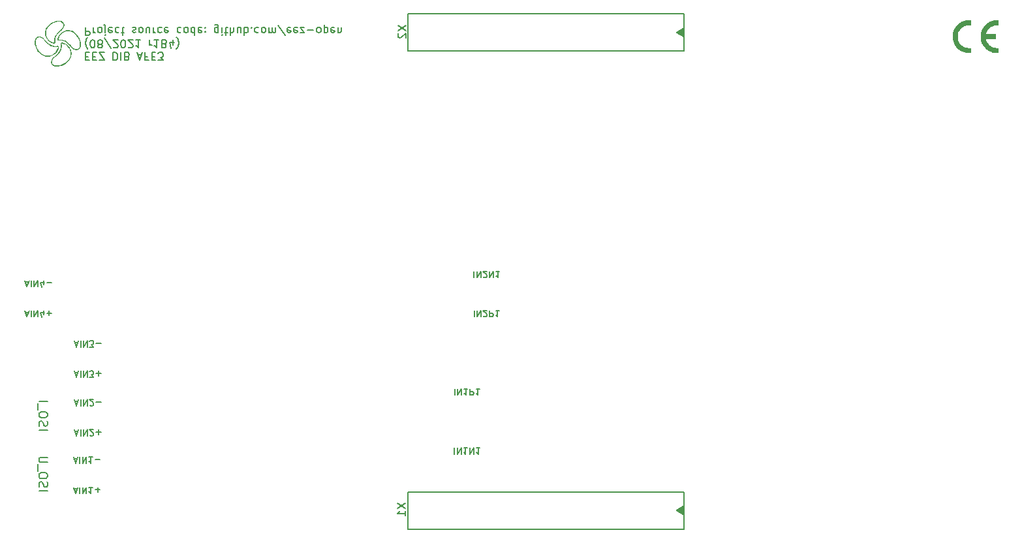
<source format=gbr>
%TF.GenerationSoftware,KiCad,Pcbnew,7.0.10-7.0.10~ubuntu22.04.1*%
%TF.CreationDate,2024-01-07T19:37:00+01:00*%
%TF.ProjectId,EEZ DIB AFE3,45455a20-4449-4422-9041-4645332e6b69,rev?*%
%TF.SameCoordinates,Original*%
%TF.FileFunction,Legend,Bot*%
%TF.FilePolarity,Positive*%
%FSLAX46Y46*%
G04 Gerber Fmt 4.6, Leading zero omitted, Abs format (unit mm)*
G04 Created by KiCad (PCBNEW 7.0.10-7.0.10~ubuntu22.04.1) date 2024-01-07 19:37:00*
%MOMM*%
%LPD*%
G01*
G04 APERTURE LIST*
%ADD10C,0.152400*%
%ADD11C,0.127000*%
%ADD12C,0.203200*%
G04 APERTURE END LIST*
D10*
X92734667Y-77129147D02*
X93073334Y-77129147D01*
X93218477Y-76596957D02*
X92734667Y-76596957D01*
X92734667Y-76596957D02*
X92734667Y-77612957D01*
X92734667Y-77612957D02*
X93218477Y-77612957D01*
X93653905Y-77129147D02*
X93992572Y-77129147D01*
X94137715Y-76596957D02*
X93653905Y-76596957D01*
X93653905Y-76596957D02*
X93653905Y-77612957D01*
X93653905Y-77612957D02*
X94137715Y-77612957D01*
X94476381Y-77612957D02*
X95153715Y-77612957D01*
X95153715Y-77612957D02*
X94476381Y-76596957D01*
X94476381Y-76596957D02*
X95153715Y-76596957D01*
X96314857Y-76596957D02*
X96314857Y-77612957D01*
X96314857Y-77612957D02*
X96556762Y-77612957D01*
X96556762Y-77612957D02*
X96701905Y-77564576D01*
X96701905Y-77564576D02*
X96798667Y-77467814D01*
X96798667Y-77467814D02*
X96847048Y-77371052D01*
X96847048Y-77371052D02*
X96895429Y-77177528D01*
X96895429Y-77177528D02*
X96895429Y-77032385D01*
X96895429Y-77032385D02*
X96847048Y-76838861D01*
X96847048Y-76838861D02*
X96798667Y-76742099D01*
X96798667Y-76742099D02*
X96701905Y-76645338D01*
X96701905Y-76645338D02*
X96556762Y-76596957D01*
X96556762Y-76596957D02*
X96314857Y-76596957D01*
X97330857Y-76596957D02*
X97330857Y-77612957D01*
X98153334Y-77129147D02*
X98298477Y-77080766D01*
X98298477Y-77080766D02*
X98346858Y-77032385D01*
X98346858Y-77032385D02*
X98395239Y-76935623D01*
X98395239Y-76935623D02*
X98395239Y-76790480D01*
X98395239Y-76790480D02*
X98346858Y-76693718D01*
X98346858Y-76693718D02*
X98298477Y-76645338D01*
X98298477Y-76645338D02*
X98201715Y-76596957D01*
X98201715Y-76596957D02*
X97814667Y-76596957D01*
X97814667Y-76596957D02*
X97814667Y-77612957D01*
X97814667Y-77612957D02*
X98153334Y-77612957D01*
X98153334Y-77612957D02*
X98250096Y-77564576D01*
X98250096Y-77564576D02*
X98298477Y-77516195D01*
X98298477Y-77516195D02*
X98346858Y-77419433D01*
X98346858Y-77419433D02*
X98346858Y-77322671D01*
X98346858Y-77322671D02*
X98298477Y-77225909D01*
X98298477Y-77225909D02*
X98250096Y-77177528D01*
X98250096Y-77177528D02*
X98153334Y-77129147D01*
X98153334Y-77129147D02*
X97814667Y-77129147D01*
X99556381Y-76887242D02*
X100040191Y-76887242D01*
X99459619Y-76596957D02*
X99798286Y-77612957D01*
X99798286Y-77612957D02*
X100136953Y-76596957D01*
X100814286Y-77129147D02*
X100475619Y-77129147D01*
X100475619Y-76596957D02*
X100475619Y-77612957D01*
X100475619Y-77612957D02*
X100959429Y-77612957D01*
X101346476Y-77129147D02*
X101685143Y-77129147D01*
X101830286Y-76596957D02*
X101346476Y-76596957D01*
X101346476Y-76596957D02*
X101346476Y-77612957D01*
X101346476Y-77612957D02*
X101830286Y-77612957D01*
X102168952Y-77612957D02*
X102797905Y-77612957D01*
X102797905Y-77612957D02*
X102459238Y-77225909D01*
X102459238Y-77225909D02*
X102604381Y-77225909D01*
X102604381Y-77225909D02*
X102701143Y-77177528D01*
X102701143Y-77177528D02*
X102749524Y-77129147D01*
X102749524Y-77129147D02*
X102797905Y-77032385D01*
X102797905Y-77032385D02*
X102797905Y-76790480D01*
X102797905Y-76790480D02*
X102749524Y-76693718D01*
X102749524Y-76693718D02*
X102701143Y-76645338D01*
X102701143Y-76645338D02*
X102604381Y-76596957D01*
X102604381Y-76596957D02*
X102314095Y-76596957D01*
X102314095Y-76596957D02*
X102217333Y-76645338D01*
X102217333Y-76645338D02*
X102168952Y-76693718D01*
X93024953Y-74574149D02*
X92976572Y-74622530D01*
X92976572Y-74622530D02*
X92879810Y-74767673D01*
X92879810Y-74767673D02*
X92831429Y-74864435D01*
X92831429Y-74864435D02*
X92783048Y-75009578D01*
X92783048Y-75009578D02*
X92734667Y-75251482D01*
X92734667Y-75251482D02*
X92734667Y-75445006D01*
X92734667Y-75445006D02*
X92783048Y-75686911D01*
X92783048Y-75686911D02*
X92831429Y-75832054D01*
X92831429Y-75832054D02*
X92879810Y-75928816D01*
X92879810Y-75928816D02*
X92976572Y-76073958D01*
X92976572Y-76073958D02*
X93024953Y-76122339D01*
X93605524Y-75977197D02*
X93702286Y-75977197D01*
X93702286Y-75977197D02*
X93799048Y-75928816D01*
X93799048Y-75928816D02*
X93847429Y-75880435D01*
X93847429Y-75880435D02*
X93895810Y-75783673D01*
X93895810Y-75783673D02*
X93944191Y-75590149D01*
X93944191Y-75590149D02*
X93944191Y-75348244D01*
X93944191Y-75348244D02*
X93895810Y-75154720D01*
X93895810Y-75154720D02*
X93847429Y-75057958D01*
X93847429Y-75057958D02*
X93799048Y-75009578D01*
X93799048Y-75009578D02*
X93702286Y-74961197D01*
X93702286Y-74961197D02*
X93605524Y-74961197D01*
X93605524Y-74961197D02*
X93508762Y-75009578D01*
X93508762Y-75009578D02*
X93460381Y-75057958D01*
X93460381Y-75057958D02*
X93412000Y-75154720D01*
X93412000Y-75154720D02*
X93363619Y-75348244D01*
X93363619Y-75348244D02*
X93363619Y-75590149D01*
X93363619Y-75590149D02*
X93412000Y-75783673D01*
X93412000Y-75783673D02*
X93460381Y-75880435D01*
X93460381Y-75880435D02*
X93508762Y-75928816D01*
X93508762Y-75928816D02*
X93605524Y-75977197D01*
X94524762Y-75541768D02*
X94428000Y-75590149D01*
X94428000Y-75590149D02*
X94379619Y-75638530D01*
X94379619Y-75638530D02*
X94331238Y-75735292D01*
X94331238Y-75735292D02*
X94331238Y-75783673D01*
X94331238Y-75783673D02*
X94379619Y-75880435D01*
X94379619Y-75880435D02*
X94428000Y-75928816D01*
X94428000Y-75928816D02*
X94524762Y-75977197D01*
X94524762Y-75977197D02*
X94718286Y-75977197D01*
X94718286Y-75977197D02*
X94815048Y-75928816D01*
X94815048Y-75928816D02*
X94863429Y-75880435D01*
X94863429Y-75880435D02*
X94911810Y-75783673D01*
X94911810Y-75783673D02*
X94911810Y-75735292D01*
X94911810Y-75735292D02*
X94863429Y-75638530D01*
X94863429Y-75638530D02*
X94815048Y-75590149D01*
X94815048Y-75590149D02*
X94718286Y-75541768D01*
X94718286Y-75541768D02*
X94524762Y-75541768D01*
X94524762Y-75541768D02*
X94428000Y-75493387D01*
X94428000Y-75493387D02*
X94379619Y-75445006D01*
X94379619Y-75445006D02*
X94331238Y-75348244D01*
X94331238Y-75348244D02*
X94331238Y-75154720D01*
X94331238Y-75154720D02*
X94379619Y-75057958D01*
X94379619Y-75057958D02*
X94428000Y-75009578D01*
X94428000Y-75009578D02*
X94524762Y-74961197D01*
X94524762Y-74961197D02*
X94718286Y-74961197D01*
X94718286Y-74961197D02*
X94815048Y-75009578D01*
X94815048Y-75009578D02*
X94863429Y-75057958D01*
X94863429Y-75057958D02*
X94911810Y-75154720D01*
X94911810Y-75154720D02*
X94911810Y-75348244D01*
X94911810Y-75348244D02*
X94863429Y-75445006D01*
X94863429Y-75445006D02*
X94815048Y-75493387D01*
X94815048Y-75493387D02*
X94718286Y-75541768D01*
X96072953Y-76025578D02*
X95202095Y-74719292D01*
X96363238Y-75880435D02*
X96411619Y-75928816D01*
X96411619Y-75928816D02*
X96508381Y-75977197D01*
X96508381Y-75977197D02*
X96750286Y-75977197D01*
X96750286Y-75977197D02*
X96847048Y-75928816D01*
X96847048Y-75928816D02*
X96895429Y-75880435D01*
X96895429Y-75880435D02*
X96943810Y-75783673D01*
X96943810Y-75783673D02*
X96943810Y-75686911D01*
X96943810Y-75686911D02*
X96895429Y-75541768D01*
X96895429Y-75541768D02*
X96314857Y-74961197D01*
X96314857Y-74961197D02*
X96943810Y-74961197D01*
X97572762Y-75977197D02*
X97669524Y-75977197D01*
X97669524Y-75977197D02*
X97766286Y-75928816D01*
X97766286Y-75928816D02*
X97814667Y-75880435D01*
X97814667Y-75880435D02*
X97863048Y-75783673D01*
X97863048Y-75783673D02*
X97911429Y-75590149D01*
X97911429Y-75590149D02*
X97911429Y-75348244D01*
X97911429Y-75348244D02*
X97863048Y-75154720D01*
X97863048Y-75154720D02*
X97814667Y-75057958D01*
X97814667Y-75057958D02*
X97766286Y-75009578D01*
X97766286Y-75009578D02*
X97669524Y-74961197D01*
X97669524Y-74961197D02*
X97572762Y-74961197D01*
X97572762Y-74961197D02*
X97476000Y-75009578D01*
X97476000Y-75009578D02*
X97427619Y-75057958D01*
X97427619Y-75057958D02*
X97379238Y-75154720D01*
X97379238Y-75154720D02*
X97330857Y-75348244D01*
X97330857Y-75348244D02*
X97330857Y-75590149D01*
X97330857Y-75590149D02*
X97379238Y-75783673D01*
X97379238Y-75783673D02*
X97427619Y-75880435D01*
X97427619Y-75880435D02*
X97476000Y-75928816D01*
X97476000Y-75928816D02*
X97572762Y-75977197D01*
X98298476Y-75880435D02*
X98346857Y-75928816D01*
X98346857Y-75928816D02*
X98443619Y-75977197D01*
X98443619Y-75977197D02*
X98685524Y-75977197D01*
X98685524Y-75977197D02*
X98782286Y-75928816D01*
X98782286Y-75928816D02*
X98830667Y-75880435D01*
X98830667Y-75880435D02*
X98879048Y-75783673D01*
X98879048Y-75783673D02*
X98879048Y-75686911D01*
X98879048Y-75686911D02*
X98830667Y-75541768D01*
X98830667Y-75541768D02*
X98250095Y-74961197D01*
X98250095Y-74961197D02*
X98879048Y-74961197D01*
X99846667Y-74961197D02*
X99266095Y-74961197D01*
X99556381Y-74961197D02*
X99556381Y-75977197D01*
X99556381Y-75977197D02*
X99459619Y-75832054D01*
X99459619Y-75832054D02*
X99362857Y-75735292D01*
X99362857Y-75735292D02*
X99266095Y-75686911D01*
X101056190Y-74961197D02*
X101056190Y-75638530D01*
X101056190Y-75445006D02*
X101104571Y-75541768D01*
X101104571Y-75541768D02*
X101152952Y-75590149D01*
X101152952Y-75590149D02*
X101249714Y-75638530D01*
X101249714Y-75638530D02*
X101346476Y-75638530D01*
X102217333Y-74961197D02*
X101636761Y-74961197D01*
X101927047Y-74961197D02*
X101927047Y-75977197D01*
X101927047Y-75977197D02*
X101830285Y-75832054D01*
X101830285Y-75832054D02*
X101733523Y-75735292D01*
X101733523Y-75735292D02*
X101636761Y-75686911D01*
X102991428Y-75493387D02*
X103136571Y-75445006D01*
X103136571Y-75445006D02*
X103184952Y-75396625D01*
X103184952Y-75396625D02*
X103233333Y-75299863D01*
X103233333Y-75299863D02*
X103233333Y-75154720D01*
X103233333Y-75154720D02*
X103184952Y-75057958D01*
X103184952Y-75057958D02*
X103136571Y-75009578D01*
X103136571Y-75009578D02*
X103039809Y-74961197D01*
X103039809Y-74961197D02*
X102652761Y-74961197D01*
X102652761Y-74961197D02*
X102652761Y-75977197D01*
X102652761Y-75977197D02*
X102991428Y-75977197D01*
X102991428Y-75977197D02*
X103088190Y-75928816D01*
X103088190Y-75928816D02*
X103136571Y-75880435D01*
X103136571Y-75880435D02*
X103184952Y-75783673D01*
X103184952Y-75783673D02*
X103184952Y-75686911D01*
X103184952Y-75686911D02*
X103136571Y-75590149D01*
X103136571Y-75590149D02*
X103088190Y-75541768D01*
X103088190Y-75541768D02*
X102991428Y-75493387D01*
X102991428Y-75493387D02*
X102652761Y-75493387D01*
X104104190Y-75638530D02*
X104104190Y-74961197D01*
X103862285Y-76025578D02*
X103620380Y-75299863D01*
X103620380Y-75299863D02*
X104249333Y-75299863D01*
X104539618Y-74574149D02*
X104587999Y-74622530D01*
X104587999Y-74622530D02*
X104684761Y-74767673D01*
X104684761Y-74767673D02*
X104733142Y-74864435D01*
X104733142Y-74864435D02*
X104781523Y-75009578D01*
X104781523Y-75009578D02*
X104829904Y-75251482D01*
X104829904Y-75251482D02*
X104829904Y-75445006D01*
X104829904Y-75445006D02*
X104781523Y-75686911D01*
X104781523Y-75686911D02*
X104733142Y-75832054D01*
X104733142Y-75832054D02*
X104684761Y-75928816D01*
X104684761Y-75928816D02*
X104587999Y-76073958D01*
X104587999Y-76073958D02*
X104539618Y-76122339D01*
X92734667Y-73325437D02*
X92734667Y-74341437D01*
X92734667Y-74341437D02*
X93121715Y-74341437D01*
X93121715Y-74341437D02*
X93218477Y-74293056D01*
X93218477Y-74293056D02*
X93266858Y-74244675D01*
X93266858Y-74244675D02*
X93315239Y-74147913D01*
X93315239Y-74147913D02*
X93315239Y-74002770D01*
X93315239Y-74002770D02*
X93266858Y-73906008D01*
X93266858Y-73906008D02*
X93218477Y-73857627D01*
X93218477Y-73857627D02*
X93121715Y-73809246D01*
X93121715Y-73809246D02*
X92734667Y-73809246D01*
X93750667Y-73325437D02*
X93750667Y-74002770D01*
X93750667Y-73809246D02*
X93799048Y-73906008D01*
X93799048Y-73906008D02*
X93847429Y-73954389D01*
X93847429Y-73954389D02*
X93944191Y-74002770D01*
X93944191Y-74002770D02*
X94040953Y-74002770D01*
X94524762Y-73325437D02*
X94428000Y-73373818D01*
X94428000Y-73373818D02*
X94379619Y-73422198D01*
X94379619Y-73422198D02*
X94331238Y-73518960D01*
X94331238Y-73518960D02*
X94331238Y-73809246D01*
X94331238Y-73809246D02*
X94379619Y-73906008D01*
X94379619Y-73906008D02*
X94428000Y-73954389D01*
X94428000Y-73954389D02*
X94524762Y-74002770D01*
X94524762Y-74002770D02*
X94669905Y-74002770D01*
X94669905Y-74002770D02*
X94766667Y-73954389D01*
X94766667Y-73954389D02*
X94815048Y-73906008D01*
X94815048Y-73906008D02*
X94863429Y-73809246D01*
X94863429Y-73809246D02*
X94863429Y-73518960D01*
X94863429Y-73518960D02*
X94815048Y-73422198D01*
X94815048Y-73422198D02*
X94766667Y-73373818D01*
X94766667Y-73373818D02*
X94669905Y-73325437D01*
X94669905Y-73325437D02*
X94524762Y-73325437D01*
X95298857Y-74002770D02*
X95298857Y-73131913D01*
X95298857Y-73131913D02*
X95250476Y-73035151D01*
X95250476Y-73035151D02*
X95153714Y-72986770D01*
X95153714Y-72986770D02*
X95105333Y-72986770D01*
X95298857Y-74341437D02*
X95250476Y-74293056D01*
X95250476Y-74293056D02*
X95298857Y-74244675D01*
X95298857Y-74244675D02*
X95347238Y-74293056D01*
X95347238Y-74293056D02*
X95298857Y-74341437D01*
X95298857Y-74341437D02*
X95298857Y-74244675D01*
X96169715Y-73373818D02*
X96072953Y-73325437D01*
X96072953Y-73325437D02*
X95879429Y-73325437D01*
X95879429Y-73325437D02*
X95782667Y-73373818D01*
X95782667Y-73373818D02*
X95734286Y-73470579D01*
X95734286Y-73470579D02*
X95734286Y-73857627D01*
X95734286Y-73857627D02*
X95782667Y-73954389D01*
X95782667Y-73954389D02*
X95879429Y-74002770D01*
X95879429Y-74002770D02*
X96072953Y-74002770D01*
X96072953Y-74002770D02*
X96169715Y-73954389D01*
X96169715Y-73954389D02*
X96218096Y-73857627D01*
X96218096Y-73857627D02*
X96218096Y-73760865D01*
X96218096Y-73760865D02*
X95734286Y-73664103D01*
X97088953Y-73373818D02*
X96992191Y-73325437D01*
X96992191Y-73325437D02*
X96798667Y-73325437D01*
X96798667Y-73325437D02*
X96701905Y-73373818D01*
X96701905Y-73373818D02*
X96653524Y-73422198D01*
X96653524Y-73422198D02*
X96605143Y-73518960D01*
X96605143Y-73518960D02*
X96605143Y-73809246D01*
X96605143Y-73809246D02*
X96653524Y-73906008D01*
X96653524Y-73906008D02*
X96701905Y-73954389D01*
X96701905Y-73954389D02*
X96798667Y-74002770D01*
X96798667Y-74002770D02*
X96992191Y-74002770D01*
X96992191Y-74002770D02*
X97088953Y-73954389D01*
X97379238Y-74002770D02*
X97766286Y-74002770D01*
X97524381Y-74341437D02*
X97524381Y-73470579D01*
X97524381Y-73470579D02*
X97572762Y-73373818D01*
X97572762Y-73373818D02*
X97669524Y-73325437D01*
X97669524Y-73325437D02*
X97766286Y-73325437D01*
X98830666Y-73373818D02*
X98927428Y-73325437D01*
X98927428Y-73325437D02*
X99120952Y-73325437D01*
X99120952Y-73325437D02*
X99217714Y-73373818D01*
X99217714Y-73373818D02*
X99266095Y-73470579D01*
X99266095Y-73470579D02*
X99266095Y-73518960D01*
X99266095Y-73518960D02*
X99217714Y-73615722D01*
X99217714Y-73615722D02*
X99120952Y-73664103D01*
X99120952Y-73664103D02*
X98975809Y-73664103D01*
X98975809Y-73664103D02*
X98879047Y-73712484D01*
X98879047Y-73712484D02*
X98830666Y-73809246D01*
X98830666Y-73809246D02*
X98830666Y-73857627D01*
X98830666Y-73857627D02*
X98879047Y-73954389D01*
X98879047Y-73954389D02*
X98975809Y-74002770D01*
X98975809Y-74002770D02*
X99120952Y-74002770D01*
X99120952Y-74002770D02*
X99217714Y-73954389D01*
X99846666Y-73325437D02*
X99749904Y-73373818D01*
X99749904Y-73373818D02*
X99701523Y-73422198D01*
X99701523Y-73422198D02*
X99653142Y-73518960D01*
X99653142Y-73518960D02*
X99653142Y-73809246D01*
X99653142Y-73809246D02*
X99701523Y-73906008D01*
X99701523Y-73906008D02*
X99749904Y-73954389D01*
X99749904Y-73954389D02*
X99846666Y-74002770D01*
X99846666Y-74002770D02*
X99991809Y-74002770D01*
X99991809Y-74002770D02*
X100088571Y-73954389D01*
X100088571Y-73954389D02*
X100136952Y-73906008D01*
X100136952Y-73906008D02*
X100185333Y-73809246D01*
X100185333Y-73809246D02*
X100185333Y-73518960D01*
X100185333Y-73518960D02*
X100136952Y-73422198D01*
X100136952Y-73422198D02*
X100088571Y-73373818D01*
X100088571Y-73373818D02*
X99991809Y-73325437D01*
X99991809Y-73325437D02*
X99846666Y-73325437D01*
X101056190Y-74002770D02*
X101056190Y-73325437D01*
X100620761Y-74002770D02*
X100620761Y-73470579D01*
X100620761Y-73470579D02*
X100669142Y-73373818D01*
X100669142Y-73373818D02*
X100765904Y-73325437D01*
X100765904Y-73325437D02*
X100911047Y-73325437D01*
X100911047Y-73325437D02*
X101007809Y-73373818D01*
X101007809Y-73373818D02*
X101056190Y-73422198D01*
X101539999Y-73325437D02*
X101539999Y-74002770D01*
X101539999Y-73809246D02*
X101588380Y-73906008D01*
X101588380Y-73906008D02*
X101636761Y-73954389D01*
X101636761Y-73954389D02*
X101733523Y-74002770D01*
X101733523Y-74002770D02*
X101830285Y-74002770D01*
X102604380Y-73373818D02*
X102507618Y-73325437D01*
X102507618Y-73325437D02*
X102314094Y-73325437D01*
X102314094Y-73325437D02*
X102217332Y-73373818D01*
X102217332Y-73373818D02*
X102168951Y-73422198D01*
X102168951Y-73422198D02*
X102120570Y-73518960D01*
X102120570Y-73518960D02*
X102120570Y-73809246D01*
X102120570Y-73809246D02*
X102168951Y-73906008D01*
X102168951Y-73906008D02*
X102217332Y-73954389D01*
X102217332Y-73954389D02*
X102314094Y-74002770D01*
X102314094Y-74002770D02*
X102507618Y-74002770D01*
X102507618Y-74002770D02*
X102604380Y-73954389D01*
X103426856Y-73373818D02*
X103330094Y-73325437D01*
X103330094Y-73325437D02*
X103136570Y-73325437D01*
X103136570Y-73325437D02*
X103039808Y-73373818D01*
X103039808Y-73373818D02*
X102991427Y-73470579D01*
X102991427Y-73470579D02*
X102991427Y-73857627D01*
X102991427Y-73857627D02*
X103039808Y-73954389D01*
X103039808Y-73954389D02*
X103136570Y-74002770D01*
X103136570Y-74002770D02*
X103330094Y-74002770D01*
X103330094Y-74002770D02*
X103426856Y-73954389D01*
X103426856Y-73954389D02*
X103475237Y-73857627D01*
X103475237Y-73857627D02*
X103475237Y-73760865D01*
X103475237Y-73760865D02*
X102991427Y-73664103D01*
X105120189Y-73373818D02*
X105023427Y-73325437D01*
X105023427Y-73325437D02*
X104829903Y-73325437D01*
X104829903Y-73325437D02*
X104733141Y-73373818D01*
X104733141Y-73373818D02*
X104684760Y-73422198D01*
X104684760Y-73422198D02*
X104636379Y-73518960D01*
X104636379Y-73518960D02*
X104636379Y-73809246D01*
X104636379Y-73809246D02*
X104684760Y-73906008D01*
X104684760Y-73906008D02*
X104733141Y-73954389D01*
X104733141Y-73954389D02*
X104829903Y-74002770D01*
X104829903Y-74002770D02*
X105023427Y-74002770D01*
X105023427Y-74002770D02*
X105120189Y-73954389D01*
X105700760Y-73325437D02*
X105603998Y-73373818D01*
X105603998Y-73373818D02*
X105555617Y-73422198D01*
X105555617Y-73422198D02*
X105507236Y-73518960D01*
X105507236Y-73518960D02*
X105507236Y-73809246D01*
X105507236Y-73809246D02*
X105555617Y-73906008D01*
X105555617Y-73906008D02*
X105603998Y-73954389D01*
X105603998Y-73954389D02*
X105700760Y-74002770D01*
X105700760Y-74002770D02*
X105845903Y-74002770D01*
X105845903Y-74002770D02*
X105942665Y-73954389D01*
X105942665Y-73954389D02*
X105991046Y-73906008D01*
X105991046Y-73906008D02*
X106039427Y-73809246D01*
X106039427Y-73809246D02*
X106039427Y-73518960D01*
X106039427Y-73518960D02*
X105991046Y-73422198D01*
X105991046Y-73422198D02*
X105942665Y-73373818D01*
X105942665Y-73373818D02*
X105845903Y-73325437D01*
X105845903Y-73325437D02*
X105700760Y-73325437D01*
X106910284Y-73325437D02*
X106910284Y-74341437D01*
X106910284Y-73373818D02*
X106813522Y-73325437D01*
X106813522Y-73325437D02*
X106619998Y-73325437D01*
X106619998Y-73325437D02*
X106523236Y-73373818D01*
X106523236Y-73373818D02*
X106474855Y-73422198D01*
X106474855Y-73422198D02*
X106426474Y-73518960D01*
X106426474Y-73518960D02*
X106426474Y-73809246D01*
X106426474Y-73809246D02*
X106474855Y-73906008D01*
X106474855Y-73906008D02*
X106523236Y-73954389D01*
X106523236Y-73954389D02*
X106619998Y-74002770D01*
X106619998Y-74002770D02*
X106813522Y-74002770D01*
X106813522Y-74002770D02*
X106910284Y-73954389D01*
X107781141Y-73373818D02*
X107684379Y-73325437D01*
X107684379Y-73325437D02*
X107490855Y-73325437D01*
X107490855Y-73325437D02*
X107394093Y-73373818D01*
X107394093Y-73373818D02*
X107345712Y-73470579D01*
X107345712Y-73470579D02*
X107345712Y-73857627D01*
X107345712Y-73857627D02*
X107394093Y-73954389D01*
X107394093Y-73954389D02*
X107490855Y-74002770D01*
X107490855Y-74002770D02*
X107684379Y-74002770D01*
X107684379Y-74002770D02*
X107781141Y-73954389D01*
X107781141Y-73954389D02*
X107829522Y-73857627D01*
X107829522Y-73857627D02*
X107829522Y-73760865D01*
X107829522Y-73760865D02*
X107345712Y-73664103D01*
X108264950Y-73422198D02*
X108313331Y-73373818D01*
X108313331Y-73373818D02*
X108264950Y-73325437D01*
X108264950Y-73325437D02*
X108216569Y-73373818D01*
X108216569Y-73373818D02*
X108264950Y-73422198D01*
X108264950Y-73422198D02*
X108264950Y-73325437D01*
X108264950Y-73954389D02*
X108313331Y-73906008D01*
X108313331Y-73906008D02*
X108264950Y-73857627D01*
X108264950Y-73857627D02*
X108216569Y-73906008D01*
X108216569Y-73906008D02*
X108264950Y-73954389D01*
X108264950Y-73954389D02*
X108264950Y-73857627D01*
X109958284Y-74002770D02*
X109958284Y-73180294D01*
X109958284Y-73180294D02*
X109909903Y-73083532D01*
X109909903Y-73083532D02*
X109861522Y-73035151D01*
X109861522Y-73035151D02*
X109764760Y-72986770D01*
X109764760Y-72986770D02*
X109619617Y-72986770D01*
X109619617Y-72986770D02*
X109522855Y-73035151D01*
X109958284Y-73373818D02*
X109861522Y-73325437D01*
X109861522Y-73325437D02*
X109667998Y-73325437D01*
X109667998Y-73325437D02*
X109571236Y-73373818D01*
X109571236Y-73373818D02*
X109522855Y-73422198D01*
X109522855Y-73422198D02*
X109474474Y-73518960D01*
X109474474Y-73518960D02*
X109474474Y-73809246D01*
X109474474Y-73809246D02*
X109522855Y-73906008D01*
X109522855Y-73906008D02*
X109571236Y-73954389D01*
X109571236Y-73954389D02*
X109667998Y-74002770D01*
X109667998Y-74002770D02*
X109861522Y-74002770D01*
X109861522Y-74002770D02*
X109958284Y-73954389D01*
X110442093Y-73325437D02*
X110442093Y-74002770D01*
X110442093Y-74341437D02*
X110393712Y-74293056D01*
X110393712Y-74293056D02*
X110442093Y-74244675D01*
X110442093Y-74244675D02*
X110490474Y-74293056D01*
X110490474Y-74293056D02*
X110442093Y-74341437D01*
X110442093Y-74341437D02*
X110442093Y-74244675D01*
X110780760Y-74002770D02*
X111167808Y-74002770D01*
X110925903Y-74341437D02*
X110925903Y-73470579D01*
X110925903Y-73470579D02*
X110974284Y-73373818D01*
X110974284Y-73373818D02*
X111071046Y-73325437D01*
X111071046Y-73325437D02*
X111167808Y-73325437D01*
X111506474Y-73325437D02*
X111506474Y-74341437D01*
X111941903Y-73325437D02*
X111941903Y-73857627D01*
X111941903Y-73857627D02*
X111893522Y-73954389D01*
X111893522Y-73954389D02*
X111796760Y-74002770D01*
X111796760Y-74002770D02*
X111651617Y-74002770D01*
X111651617Y-74002770D02*
X111554855Y-73954389D01*
X111554855Y-73954389D02*
X111506474Y-73906008D01*
X112861141Y-74002770D02*
X112861141Y-73325437D01*
X112425712Y-74002770D02*
X112425712Y-73470579D01*
X112425712Y-73470579D02*
X112474093Y-73373818D01*
X112474093Y-73373818D02*
X112570855Y-73325437D01*
X112570855Y-73325437D02*
X112715998Y-73325437D01*
X112715998Y-73325437D02*
X112812760Y-73373818D01*
X112812760Y-73373818D02*
X112861141Y-73422198D01*
X113344950Y-73325437D02*
X113344950Y-74341437D01*
X113344950Y-73954389D02*
X113441712Y-74002770D01*
X113441712Y-74002770D02*
X113635236Y-74002770D01*
X113635236Y-74002770D02*
X113731998Y-73954389D01*
X113731998Y-73954389D02*
X113780379Y-73906008D01*
X113780379Y-73906008D02*
X113828760Y-73809246D01*
X113828760Y-73809246D02*
X113828760Y-73518960D01*
X113828760Y-73518960D02*
X113780379Y-73422198D01*
X113780379Y-73422198D02*
X113731998Y-73373818D01*
X113731998Y-73373818D02*
X113635236Y-73325437D01*
X113635236Y-73325437D02*
X113441712Y-73325437D01*
X113441712Y-73325437D02*
X113344950Y-73373818D01*
X114264188Y-73422198D02*
X114312569Y-73373818D01*
X114312569Y-73373818D02*
X114264188Y-73325437D01*
X114264188Y-73325437D02*
X114215807Y-73373818D01*
X114215807Y-73373818D02*
X114264188Y-73422198D01*
X114264188Y-73422198D02*
X114264188Y-73325437D01*
X115183427Y-73373818D02*
X115086665Y-73325437D01*
X115086665Y-73325437D02*
X114893141Y-73325437D01*
X114893141Y-73325437D02*
X114796379Y-73373818D01*
X114796379Y-73373818D02*
X114747998Y-73422198D01*
X114747998Y-73422198D02*
X114699617Y-73518960D01*
X114699617Y-73518960D02*
X114699617Y-73809246D01*
X114699617Y-73809246D02*
X114747998Y-73906008D01*
X114747998Y-73906008D02*
X114796379Y-73954389D01*
X114796379Y-73954389D02*
X114893141Y-74002770D01*
X114893141Y-74002770D02*
X115086665Y-74002770D01*
X115086665Y-74002770D02*
X115183427Y-73954389D01*
X115763998Y-73325437D02*
X115667236Y-73373818D01*
X115667236Y-73373818D02*
X115618855Y-73422198D01*
X115618855Y-73422198D02*
X115570474Y-73518960D01*
X115570474Y-73518960D02*
X115570474Y-73809246D01*
X115570474Y-73809246D02*
X115618855Y-73906008D01*
X115618855Y-73906008D02*
X115667236Y-73954389D01*
X115667236Y-73954389D02*
X115763998Y-74002770D01*
X115763998Y-74002770D02*
X115909141Y-74002770D01*
X115909141Y-74002770D02*
X116005903Y-73954389D01*
X116005903Y-73954389D02*
X116054284Y-73906008D01*
X116054284Y-73906008D02*
X116102665Y-73809246D01*
X116102665Y-73809246D02*
X116102665Y-73518960D01*
X116102665Y-73518960D02*
X116054284Y-73422198D01*
X116054284Y-73422198D02*
X116005903Y-73373818D01*
X116005903Y-73373818D02*
X115909141Y-73325437D01*
X115909141Y-73325437D02*
X115763998Y-73325437D01*
X116538093Y-73325437D02*
X116538093Y-74002770D01*
X116538093Y-73906008D02*
X116586474Y-73954389D01*
X116586474Y-73954389D02*
X116683236Y-74002770D01*
X116683236Y-74002770D02*
X116828379Y-74002770D01*
X116828379Y-74002770D02*
X116925141Y-73954389D01*
X116925141Y-73954389D02*
X116973522Y-73857627D01*
X116973522Y-73857627D02*
X116973522Y-73325437D01*
X116973522Y-73857627D02*
X117021903Y-73954389D01*
X117021903Y-73954389D02*
X117118665Y-74002770D01*
X117118665Y-74002770D02*
X117263808Y-74002770D01*
X117263808Y-74002770D02*
X117360569Y-73954389D01*
X117360569Y-73954389D02*
X117408950Y-73857627D01*
X117408950Y-73857627D02*
X117408950Y-73325437D01*
X118618475Y-74389818D02*
X117747617Y-73083532D01*
X119344189Y-73373818D02*
X119247427Y-73325437D01*
X119247427Y-73325437D02*
X119053903Y-73325437D01*
X119053903Y-73325437D02*
X118957141Y-73373818D01*
X118957141Y-73373818D02*
X118908760Y-73470579D01*
X118908760Y-73470579D02*
X118908760Y-73857627D01*
X118908760Y-73857627D02*
X118957141Y-73954389D01*
X118957141Y-73954389D02*
X119053903Y-74002770D01*
X119053903Y-74002770D02*
X119247427Y-74002770D01*
X119247427Y-74002770D02*
X119344189Y-73954389D01*
X119344189Y-73954389D02*
X119392570Y-73857627D01*
X119392570Y-73857627D02*
X119392570Y-73760865D01*
X119392570Y-73760865D02*
X118908760Y-73664103D01*
X120215046Y-73373818D02*
X120118284Y-73325437D01*
X120118284Y-73325437D02*
X119924760Y-73325437D01*
X119924760Y-73325437D02*
X119827998Y-73373818D01*
X119827998Y-73373818D02*
X119779617Y-73470579D01*
X119779617Y-73470579D02*
X119779617Y-73857627D01*
X119779617Y-73857627D02*
X119827998Y-73954389D01*
X119827998Y-73954389D02*
X119924760Y-74002770D01*
X119924760Y-74002770D02*
X120118284Y-74002770D01*
X120118284Y-74002770D02*
X120215046Y-73954389D01*
X120215046Y-73954389D02*
X120263427Y-73857627D01*
X120263427Y-73857627D02*
X120263427Y-73760865D01*
X120263427Y-73760865D02*
X119779617Y-73664103D01*
X120602093Y-74002770D02*
X121134284Y-74002770D01*
X121134284Y-74002770D02*
X120602093Y-73325437D01*
X120602093Y-73325437D02*
X121134284Y-73325437D01*
X121521331Y-73712484D02*
X122295427Y-73712484D01*
X122924379Y-73325437D02*
X122827617Y-73373818D01*
X122827617Y-73373818D02*
X122779236Y-73422198D01*
X122779236Y-73422198D02*
X122730855Y-73518960D01*
X122730855Y-73518960D02*
X122730855Y-73809246D01*
X122730855Y-73809246D02*
X122779236Y-73906008D01*
X122779236Y-73906008D02*
X122827617Y-73954389D01*
X122827617Y-73954389D02*
X122924379Y-74002770D01*
X122924379Y-74002770D02*
X123069522Y-74002770D01*
X123069522Y-74002770D02*
X123166284Y-73954389D01*
X123166284Y-73954389D02*
X123214665Y-73906008D01*
X123214665Y-73906008D02*
X123263046Y-73809246D01*
X123263046Y-73809246D02*
X123263046Y-73518960D01*
X123263046Y-73518960D02*
X123214665Y-73422198D01*
X123214665Y-73422198D02*
X123166284Y-73373818D01*
X123166284Y-73373818D02*
X123069522Y-73325437D01*
X123069522Y-73325437D02*
X122924379Y-73325437D01*
X123698474Y-74002770D02*
X123698474Y-72986770D01*
X123698474Y-73954389D02*
X123795236Y-74002770D01*
X123795236Y-74002770D02*
X123988760Y-74002770D01*
X123988760Y-74002770D02*
X124085522Y-73954389D01*
X124085522Y-73954389D02*
X124133903Y-73906008D01*
X124133903Y-73906008D02*
X124182284Y-73809246D01*
X124182284Y-73809246D02*
X124182284Y-73518960D01*
X124182284Y-73518960D02*
X124133903Y-73422198D01*
X124133903Y-73422198D02*
X124085522Y-73373818D01*
X124085522Y-73373818D02*
X123988760Y-73325437D01*
X123988760Y-73325437D02*
X123795236Y-73325437D01*
X123795236Y-73325437D02*
X123698474Y-73373818D01*
X125004760Y-73373818D02*
X124907998Y-73325437D01*
X124907998Y-73325437D02*
X124714474Y-73325437D01*
X124714474Y-73325437D02*
X124617712Y-73373818D01*
X124617712Y-73373818D02*
X124569331Y-73470579D01*
X124569331Y-73470579D02*
X124569331Y-73857627D01*
X124569331Y-73857627D02*
X124617712Y-73954389D01*
X124617712Y-73954389D02*
X124714474Y-74002770D01*
X124714474Y-74002770D02*
X124907998Y-74002770D01*
X124907998Y-74002770D02*
X125004760Y-73954389D01*
X125004760Y-73954389D02*
X125053141Y-73857627D01*
X125053141Y-73857627D02*
X125053141Y-73760865D01*
X125053141Y-73760865D02*
X124569331Y-73664103D01*
X125488569Y-74002770D02*
X125488569Y-73325437D01*
X125488569Y-73906008D02*
X125536950Y-73954389D01*
X125536950Y-73954389D02*
X125633712Y-74002770D01*
X125633712Y-74002770D02*
X125778855Y-74002770D01*
X125778855Y-74002770D02*
X125875617Y-73954389D01*
X125875617Y-73954389D02*
X125923998Y-73857627D01*
X125923998Y-73857627D02*
X125923998Y-73325437D01*
X91368182Y-118135048D02*
X91755229Y-118135048D01*
X91290772Y-117902820D02*
X91561705Y-118715620D01*
X91561705Y-118715620D02*
X91832639Y-117902820D01*
X92103572Y-117902820D02*
X92103572Y-118715620D01*
X92490620Y-117902820D02*
X92490620Y-118715620D01*
X92490620Y-118715620D02*
X92955077Y-117902820D01*
X92955077Y-117902820D02*
X92955077Y-118715620D01*
X93264716Y-118715620D02*
X93767878Y-118715620D01*
X93767878Y-118715620D02*
X93496944Y-118405982D01*
X93496944Y-118405982D02*
X93613059Y-118405982D01*
X93613059Y-118405982D02*
X93690468Y-118367277D01*
X93690468Y-118367277D02*
X93729173Y-118328572D01*
X93729173Y-118328572D02*
X93767878Y-118251163D01*
X93767878Y-118251163D02*
X93767878Y-118057639D01*
X93767878Y-118057639D02*
X93729173Y-117980229D01*
X93729173Y-117980229D02*
X93690468Y-117941525D01*
X93690468Y-117941525D02*
X93613059Y-117902820D01*
X93613059Y-117902820D02*
X93380830Y-117902820D01*
X93380830Y-117902820D02*
X93303421Y-117941525D01*
X93303421Y-117941525D02*
X93264716Y-117980229D01*
X94116220Y-118212458D02*
X94735497Y-118212458D01*
X94425858Y-117902820D02*
X94425858Y-118522096D01*
X91368182Y-114209224D02*
X91755229Y-114209224D01*
X91290772Y-113976996D02*
X91561705Y-114789796D01*
X91561705Y-114789796D02*
X91832639Y-113976996D01*
X92103572Y-113976996D02*
X92103572Y-114789796D01*
X92490620Y-113976996D02*
X92490620Y-114789796D01*
X92490620Y-114789796D02*
X92955077Y-113976996D01*
X92955077Y-113976996D02*
X92955077Y-114789796D01*
X93264716Y-114789796D02*
X93767878Y-114789796D01*
X93767878Y-114789796D02*
X93496944Y-114480158D01*
X93496944Y-114480158D02*
X93613059Y-114480158D01*
X93613059Y-114480158D02*
X93690468Y-114441453D01*
X93690468Y-114441453D02*
X93729173Y-114402748D01*
X93729173Y-114402748D02*
X93767878Y-114325339D01*
X93767878Y-114325339D02*
X93767878Y-114131815D01*
X93767878Y-114131815D02*
X93729173Y-114054405D01*
X93729173Y-114054405D02*
X93690468Y-114015701D01*
X93690468Y-114015701D02*
X93613059Y-113976996D01*
X93613059Y-113976996D02*
X93380830Y-113976996D01*
X93380830Y-113976996D02*
X93303421Y-114015701D01*
X93303421Y-114015701D02*
X93264716Y-114054405D01*
X94116220Y-114286634D02*
X94735497Y-114286634D01*
X91368182Y-125755048D02*
X91755229Y-125755048D01*
X91290772Y-125522820D02*
X91561705Y-126335620D01*
X91561705Y-126335620D02*
X91832639Y-125522820D01*
X92103572Y-125522820D02*
X92103572Y-126335620D01*
X92490620Y-125522820D02*
X92490620Y-126335620D01*
X92490620Y-126335620D02*
X92955077Y-125522820D01*
X92955077Y-125522820D02*
X92955077Y-126335620D01*
X93303421Y-126258210D02*
X93342125Y-126296915D01*
X93342125Y-126296915D02*
X93419535Y-126335620D01*
X93419535Y-126335620D02*
X93613059Y-126335620D01*
X93613059Y-126335620D02*
X93690468Y-126296915D01*
X93690468Y-126296915D02*
X93729173Y-126258210D01*
X93729173Y-126258210D02*
X93767878Y-126180801D01*
X93767878Y-126180801D02*
X93767878Y-126103391D01*
X93767878Y-126103391D02*
X93729173Y-125987277D01*
X93729173Y-125987277D02*
X93264716Y-125522820D01*
X93264716Y-125522820D02*
X93767878Y-125522820D01*
X94116220Y-125832458D02*
X94735497Y-125832458D01*
X94425858Y-125522820D02*
X94425858Y-126142096D01*
X91368182Y-121829224D02*
X91755229Y-121829224D01*
X91290772Y-121596996D02*
X91561705Y-122409796D01*
X91561705Y-122409796D02*
X91832639Y-121596996D01*
X92103572Y-121596996D02*
X92103572Y-122409796D01*
X92490620Y-121596996D02*
X92490620Y-122409796D01*
X92490620Y-122409796D02*
X92955077Y-121596996D01*
X92955077Y-121596996D02*
X92955077Y-122409796D01*
X93303421Y-122332386D02*
X93342125Y-122371091D01*
X93342125Y-122371091D02*
X93419535Y-122409796D01*
X93419535Y-122409796D02*
X93613059Y-122409796D01*
X93613059Y-122409796D02*
X93690468Y-122371091D01*
X93690468Y-122371091D02*
X93729173Y-122332386D01*
X93729173Y-122332386D02*
X93767878Y-122254977D01*
X93767878Y-122254977D02*
X93767878Y-122177567D01*
X93767878Y-122177567D02*
X93729173Y-122061453D01*
X93729173Y-122061453D02*
X93264716Y-121596996D01*
X93264716Y-121596996D02*
X93767878Y-121596996D01*
X94116220Y-121906634D02*
X94735497Y-121906634D01*
X84964082Y-110310448D02*
X85351129Y-110310448D01*
X84886672Y-110078220D02*
X85157605Y-110891020D01*
X85157605Y-110891020D02*
X85428539Y-110078220D01*
X85699472Y-110078220D02*
X85699472Y-110891020D01*
X86086520Y-110078220D02*
X86086520Y-110891020D01*
X86086520Y-110891020D02*
X86550977Y-110078220D01*
X86550977Y-110078220D02*
X86550977Y-110891020D01*
X87286368Y-110620086D02*
X87286368Y-110078220D01*
X87092844Y-110929725D02*
X86899321Y-110349153D01*
X86899321Y-110349153D02*
X87402482Y-110349153D01*
X87712120Y-110387858D02*
X88331397Y-110387858D01*
X88021758Y-110078220D02*
X88021758Y-110697496D01*
X84964082Y-106384624D02*
X85351129Y-106384624D01*
X84886672Y-106152396D02*
X85157605Y-106965196D01*
X85157605Y-106965196D02*
X85428539Y-106152396D01*
X85699472Y-106152396D02*
X85699472Y-106965196D01*
X86086520Y-106152396D02*
X86086520Y-106965196D01*
X86086520Y-106965196D02*
X86550977Y-106152396D01*
X86550977Y-106152396D02*
X86550977Y-106965196D01*
X87286368Y-106694262D02*
X87286368Y-106152396D01*
X87092844Y-107003901D02*
X86899321Y-106423329D01*
X86899321Y-106423329D02*
X87402482Y-106423329D01*
X87712120Y-106462034D02*
X88331397Y-106462034D01*
D11*
X86687585Y-125553505D02*
X87830585Y-125553505D01*
X86742014Y-125063647D02*
X86687585Y-124900362D01*
X86687585Y-124900362D02*
X86687585Y-124628219D01*
X86687585Y-124628219D02*
X86742014Y-124519362D01*
X86742014Y-124519362D02*
X86796442Y-124464933D01*
X86796442Y-124464933D02*
X86905299Y-124410504D01*
X86905299Y-124410504D02*
X87014156Y-124410504D01*
X87014156Y-124410504D02*
X87123014Y-124464933D01*
X87123014Y-124464933D02*
X87177442Y-124519362D01*
X87177442Y-124519362D02*
X87231871Y-124628219D01*
X87231871Y-124628219D02*
X87286299Y-124845933D01*
X87286299Y-124845933D02*
X87340728Y-124954790D01*
X87340728Y-124954790D02*
X87395156Y-125009219D01*
X87395156Y-125009219D02*
X87504014Y-125063647D01*
X87504014Y-125063647D02*
X87612871Y-125063647D01*
X87612871Y-125063647D02*
X87721728Y-125009219D01*
X87721728Y-125009219D02*
X87776156Y-124954790D01*
X87776156Y-124954790D02*
X87830585Y-124845933D01*
X87830585Y-124845933D02*
X87830585Y-124573790D01*
X87830585Y-124573790D02*
X87776156Y-124410504D01*
X87830585Y-123702933D02*
X87830585Y-123485219D01*
X87830585Y-123485219D02*
X87776156Y-123376362D01*
X87776156Y-123376362D02*
X87667299Y-123267505D01*
X87667299Y-123267505D02*
X87449585Y-123213076D01*
X87449585Y-123213076D02*
X87068585Y-123213076D01*
X87068585Y-123213076D02*
X86850871Y-123267505D01*
X86850871Y-123267505D02*
X86742014Y-123376362D01*
X86742014Y-123376362D02*
X86687585Y-123485219D01*
X86687585Y-123485219D02*
X86687585Y-123702933D01*
X86687585Y-123702933D02*
X86742014Y-123811791D01*
X86742014Y-123811791D02*
X86850871Y-123920648D01*
X86850871Y-123920648D02*
X87068585Y-123975076D01*
X87068585Y-123975076D02*
X87449585Y-123975076D01*
X87449585Y-123975076D02*
X87667299Y-123920648D01*
X87667299Y-123920648D02*
X87776156Y-123811791D01*
X87776156Y-123811791D02*
X87830585Y-123702933D01*
X86578728Y-122995362D02*
X86578728Y-122124504D01*
X86687585Y-121852362D02*
X87830585Y-121852362D01*
D10*
X91250582Y-133222648D02*
X91637629Y-133222648D01*
X91173172Y-132990420D02*
X91444105Y-133803220D01*
X91444105Y-133803220D02*
X91715039Y-132990420D01*
X91985972Y-132990420D02*
X91985972Y-133803220D01*
X92373020Y-132990420D02*
X92373020Y-133803220D01*
X92373020Y-133803220D02*
X92837477Y-132990420D01*
X92837477Y-132990420D02*
X92837477Y-133803220D01*
X93650278Y-132990420D02*
X93185821Y-132990420D01*
X93418049Y-132990420D02*
X93418049Y-133803220D01*
X93418049Y-133803220D02*
X93340640Y-133687105D01*
X93340640Y-133687105D02*
X93263230Y-133609696D01*
X93263230Y-133609696D02*
X93185821Y-133570991D01*
X93998620Y-133300058D02*
X94617897Y-133300058D01*
X94308258Y-132990420D02*
X94308258Y-133609696D01*
X91250582Y-129296824D02*
X91637629Y-129296824D01*
X91173172Y-129064596D02*
X91444105Y-129877396D01*
X91444105Y-129877396D02*
X91715039Y-129064596D01*
X91985972Y-129064596D02*
X91985972Y-129877396D01*
X92373020Y-129064596D02*
X92373020Y-129877396D01*
X92373020Y-129877396D02*
X92837477Y-129064596D01*
X92837477Y-129064596D02*
X92837477Y-129877396D01*
X93650278Y-129064596D02*
X93185821Y-129064596D01*
X93418049Y-129064596D02*
X93418049Y-129877396D01*
X93418049Y-129877396D02*
X93340640Y-129761281D01*
X93340640Y-129761281D02*
X93263230Y-129683872D01*
X93263230Y-129683872D02*
X93185821Y-129645167D01*
X93998620Y-129374234D02*
X94617897Y-129374234D01*
D11*
X86687585Y-133452905D02*
X87830585Y-133452905D01*
X86742014Y-132963047D02*
X86687585Y-132799762D01*
X86687585Y-132799762D02*
X86687585Y-132527619D01*
X86687585Y-132527619D02*
X86742014Y-132418762D01*
X86742014Y-132418762D02*
X86796442Y-132364333D01*
X86796442Y-132364333D02*
X86905299Y-132309904D01*
X86905299Y-132309904D02*
X87014156Y-132309904D01*
X87014156Y-132309904D02*
X87123014Y-132364333D01*
X87123014Y-132364333D02*
X87177442Y-132418762D01*
X87177442Y-132418762D02*
X87231871Y-132527619D01*
X87231871Y-132527619D02*
X87286299Y-132745333D01*
X87286299Y-132745333D02*
X87340728Y-132854190D01*
X87340728Y-132854190D02*
X87395156Y-132908619D01*
X87395156Y-132908619D02*
X87504014Y-132963047D01*
X87504014Y-132963047D02*
X87612871Y-132963047D01*
X87612871Y-132963047D02*
X87721728Y-132908619D01*
X87721728Y-132908619D02*
X87776156Y-132854190D01*
X87776156Y-132854190D02*
X87830585Y-132745333D01*
X87830585Y-132745333D02*
X87830585Y-132473190D01*
X87830585Y-132473190D02*
X87776156Y-132309904D01*
X87830585Y-131602333D02*
X87830585Y-131384619D01*
X87830585Y-131384619D02*
X87776156Y-131275762D01*
X87776156Y-131275762D02*
X87667299Y-131166905D01*
X87667299Y-131166905D02*
X87449585Y-131112476D01*
X87449585Y-131112476D02*
X87068585Y-131112476D01*
X87068585Y-131112476D02*
X86850871Y-131166905D01*
X86850871Y-131166905D02*
X86742014Y-131275762D01*
X86742014Y-131275762D02*
X86687585Y-131384619D01*
X86687585Y-131384619D02*
X86687585Y-131602333D01*
X86687585Y-131602333D02*
X86742014Y-131711191D01*
X86742014Y-131711191D02*
X86850871Y-131820048D01*
X86850871Y-131820048D02*
X87068585Y-131874476D01*
X87068585Y-131874476D02*
X87449585Y-131874476D01*
X87449585Y-131874476D02*
X87667299Y-131820048D01*
X87667299Y-131820048D02*
X87776156Y-131711191D01*
X87776156Y-131711191D02*
X87830585Y-131602333D01*
X86578728Y-130894762D02*
X86578728Y-130023904D01*
X87830585Y-129751762D02*
X86905299Y-129751762D01*
X86905299Y-129751762D02*
X86796442Y-129697333D01*
X86796442Y-129697333D02*
X86742014Y-129642905D01*
X86742014Y-129642905D02*
X86687585Y-129534047D01*
X86687585Y-129534047D02*
X86687585Y-129316333D01*
X86687585Y-129316333D02*
X86742014Y-129207476D01*
X86742014Y-129207476D02*
X86796442Y-129153047D01*
X86796442Y-129153047D02*
X86905299Y-129098619D01*
X86905299Y-129098619D02*
X87830585Y-129098619D01*
D10*
X140614399Y-127901908D02*
X140614399Y-128714708D01*
X141001447Y-127901908D02*
X141001447Y-128714708D01*
X141001447Y-128714708D02*
X141465904Y-127901908D01*
X141465904Y-127901908D02*
X141465904Y-128714708D01*
X142278705Y-127901908D02*
X141814248Y-127901908D01*
X142046476Y-127901908D02*
X142046476Y-128714708D01*
X142046476Y-128714708D02*
X141969067Y-128598593D01*
X141969067Y-128598593D02*
X141891657Y-128521184D01*
X141891657Y-128521184D02*
X141814248Y-128482479D01*
X142627047Y-127901908D02*
X142627047Y-128714708D01*
X142627047Y-128714708D02*
X143091504Y-127901908D01*
X143091504Y-127901908D02*
X143091504Y-128714708D01*
X143904305Y-127901908D02*
X143439848Y-127901908D01*
X143672076Y-127901908D02*
X143672076Y-128714708D01*
X143672076Y-128714708D02*
X143594667Y-128598593D01*
X143594667Y-128598593D02*
X143517257Y-128521184D01*
X143517257Y-128521184D02*
X143439848Y-128482479D01*
X133281235Y-73103141D02*
X134297235Y-73780475D01*
X133281235Y-73780475D02*
X134297235Y-73103141D01*
X133377997Y-74119141D02*
X133329616Y-74167522D01*
X133329616Y-74167522D02*
X133281235Y-74264284D01*
X133281235Y-74264284D02*
X133281235Y-74506189D01*
X133281235Y-74506189D02*
X133329616Y-74602951D01*
X133329616Y-74602951D02*
X133377997Y-74651332D01*
X133377997Y-74651332D02*
X133474759Y-74699713D01*
X133474759Y-74699713D02*
X133571521Y-74699713D01*
X133571521Y-74699713D02*
X133716664Y-74651332D01*
X133716664Y-74651332D02*
X134297235Y-74070760D01*
X134297235Y-74070760D02*
X134297235Y-74699713D01*
X140633752Y-120218408D02*
X140633752Y-121031208D01*
X141020800Y-120218408D02*
X141020800Y-121031208D01*
X141020800Y-121031208D02*
X141485257Y-120218408D01*
X141485257Y-120218408D02*
X141485257Y-121031208D01*
X142298058Y-120218408D02*
X141833601Y-120218408D01*
X142065829Y-120218408D02*
X142065829Y-121031208D01*
X142065829Y-121031208D02*
X141988420Y-120915093D01*
X141988420Y-120915093D02*
X141911010Y-120837684D01*
X141911010Y-120837684D02*
X141833601Y-120798979D01*
X142646400Y-120218408D02*
X142646400Y-121031208D01*
X142646400Y-121031208D02*
X142956038Y-121031208D01*
X142956038Y-121031208D02*
X143033448Y-120992503D01*
X143033448Y-120992503D02*
X143072153Y-120953798D01*
X143072153Y-120953798D02*
X143110857Y-120876389D01*
X143110857Y-120876389D02*
X143110857Y-120760274D01*
X143110857Y-120760274D02*
X143072153Y-120682865D01*
X143072153Y-120682865D02*
X143033448Y-120644160D01*
X143033448Y-120644160D02*
X142956038Y-120605455D01*
X142956038Y-120605455D02*
X142646400Y-120605455D01*
X143884953Y-120218408D02*
X143420496Y-120218408D01*
X143652724Y-120218408D02*
X143652724Y-121031208D01*
X143652724Y-121031208D02*
X143575315Y-120915093D01*
X143575315Y-120915093D02*
X143497905Y-120837684D01*
X143497905Y-120837684D02*
X143420496Y-120798979D01*
X143154399Y-104978408D02*
X143154399Y-105791208D01*
X143541447Y-104978408D02*
X143541447Y-105791208D01*
X143541447Y-105791208D02*
X144005904Y-104978408D01*
X144005904Y-104978408D02*
X144005904Y-105791208D01*
X144354248Y-105713798D02*
X144392952Y-105752503D01*
X144392952Y-105752503D02*
X144470362Y-105791208D01*
X144470362Y-105791208D02*
X144663886Y-105791208D01*
X144663886Y-105791208D02*
X144741295Y-105752503D01*
X144741295Y-105752503D02*
X144780000Y-105713798D01*
X144780000Y-105713798D02*
X144818705Y-105636389D01*
X144818705Y-105636389D02*
X144818705Y-105558979D01*
X144818705Y-105558979D02*
X144780000Y-105442865D01*
X144780000Y-105442865D02*
X144315543Y-104978408D01*
X144315543Y-104978408D02*
X144818705Y-104978408D01*
X145167047Y-104978408D02*
X145167047Y-105791208D01*
X145167047Y-105791208D02*
X145631504Y-104978408D01*
X145631504Y-104978408D02*
X145631504Y-105791208D01*
X146444305Y-104978408D02*
X145979848Y-104978408D01*
X146212076Y-104978408D02*
X146212076Y-105791208D01*
X146212076Y-105791208D02*
X146134667Y-105675093D01*
X146134667Y-105675093D02*
X146057257Y-105597684D01*
X146057257Y-105597684D02*
X145979848Y-105558979D01*
X143173752Y-110058408D02*
X143173752Y-110871208D01*
X143560800Y-110058408D02*
X143560800Y-110871208D01*
X143560800Y-110871208D02*
X144025257Y-110058408D01*
X144025257Y-110058408D02*
X144025257Y-110871208D01*
X144373601Y-110793798D02*
X144412305Y-110832503D01*
X144412305Y-110832503D02*
X144489715Y-110871208D01*
X144489715Y-110871208D02*
X144683239Y-110871208D01*
X144683239Y-110871208D02*
X144760648Y-110832503D01*
X144760648Y-110832503D02*
X144799353Y-110793798D01*
X144799353Y-110793798D02*
X144838058Y-110716389D01*
X144838058Y-110716389D02*
X144838058Y-110638979D01*
X144838058Y-110638979D02*
X144799353Y-110522865D01*
X144799353Y-110522865D02*
X144334896Y-110058408D01*
X144334896Y-110058408D02*
X144838058Y-110058408D01*
X145186400Y-110058408D02*
X145186400Y-110871208D01*
X145186400Y-110871208D02*
X145496038Y-110871208D01*
X145496038Y-110871208D02*
X145573448Y-110832503D01*
X145573448Y-110832503D02*
X145612153Y-110793798D01*
X145612153Y-110793798D02*
X145650857Y-110716389D01*
X145650857Y-110716389D02*
X145650857Y-110600274D01*
X145650857Y-110600274D02*
X145612153Y-110522865D01*
X145612153Y-110522865D02*
X145573448Y-110484160D01*
X145573448Y-110484160D02*
X145496038Y-110445455D01*
X145496038Y-110445455D02*
X145186400Y-110445455D01*
X146424953Y-110058408D02*
X145960496Y-110058408D01*
X146192724Y-110058408D02*
X146192724Y-110871208D01*
X146192724Y-110871208D02*
X146115315Y-110755093D01*
X146115315Y-110755093D02*
X146037905Y-110677684D01*
X146037905Y-110677684D02*
X145960496Y-110638979D01*
X133217735Y-135079141D02*
X134233735Y-135756475D01*
X133217735Y-135756475D02*
X134233735Y-135079141D01*
X134233735Y-136675713D02*
X134233735Y-136095141D01*
X134233735Y-136385427D02*
X133217735Y-136385427D01*
X133217735Y-136385427D02*
X133362878Y-136288665D01*
X133362878Y-136288665D02*
X133459640Y-136191903D01*
X133459640Y-136191903D02*
X133508021Y-136095141D01*
D12*
%TO.C,X2*%
X134601000Y-71558600D02*
X134601000Y-76408600D01*
X134601000Y-76408600D02*
X170419000Y-76408600D01*
X170419000Y-71558600D02*
X134601000Y-71558600D01*
X170419000Y-76408600D02*
X170419000Y-71558600D01*
G36*
X170480500Y-74733170D02*
G01*
X169281188Y-73983600D01*
X170480500Y-73234030D01*
X170480500Y-74733170D01*
G37*
%TO.C,LOGO1*%
G36*
X207594050Y-72729520D02*
G01*
X207594050Y-73058499D01*
X207328002Y-73067414D01*
X207233126Y-73071308D01*
X207133425Y-73078523D01*
X207052878Y-73089707D01*
X206979504Y-73106648D01*
X206901322Y-73131137D01*
X206744941Y-73194037D01*
X206533529Y-73314112D01*
X206346309Y-73464877D01*
X206185700Y-73643915D01*
X206054124Y-73848810D01*
X205954002Y-74077142D01*
X205953473Y-74078655D01*
X205931539Y-74144559D01*
X205916255Y-74201760D01*
X205906434Y-74260030D01*
X205900890Y-74329140D01*
X205898434Y-74418860D01*
X205897879Y-74538961D01*
X205897879Y-74541796D01*
X205898461Y-74661175D01*
X205900969Y-74750374D01*
X205906589Y-74819163D01*
X205916510Y-74877313D01*
X205931918Y-74934594D01*
X205954002Y-75000779D01*
X206018564Y-75158515D01*
X206140343Y-75371169D01*
X206291929Y-75558740D01*
X206470901Y-75718811D01*
X206674839Y-75848965D01*
X206901322Y-75946784D01*
X206961052Y-75965980D01*
X207034500Y-75984624D01*
X207112154Y-75997067D01*
X207205994Y-76005098D01*
X207328002Y-76010507D01*
X207594050Y-76019422D01*
X207594050Y-76348401D01*
X207594050Y-76677379D01*
X207385850Y-76677379D01*
X207347734Y-76677076D01*
X207050235Y-76653061D01*
X206765418Y-76591187D01*
X206494947Y-76492180D01*
X206240484Y-76356764D01*
X206003689Y-76185664D01*
X205786226Y-75979605D01*
X205698744Y-75879121D01*
X205535998Y-75649688D01*
X205407392Y-75404516D01*
X205312926Y-75147293D01*
X205252599Y-74881709D01*
X205226412Y-74611451D01*
X205234365Y-74340208D01*
X205276458Y-74071669D01*
X205352690Y-73809521D01*
X205463063Y-73557455D01*
X205607575Y-73319157D01*
X205786226Y-73098316D01*
X205955367Y-72933836D01*
X206188986Y-72755116D01*
X206442035Y-72610840D01*
X206712364Y-72502195D01*
X206997819Y-72430369D01*
X207044938Y-72423265D01*
X207144654Y-72413033D01*
X207257906Y-72405646D01*
X207368160Y-72402354D01*
X207594050Y-72400542D01*
X207594050Y-72729520D01*
G37*
G36*
X211228358Y-72731846D02*
G01*
X211228358Y-73063150D01*
X211010700Y-73063150D01*
X210948784Y-73064145D01*
X210715494Y-73088370D01*
X210498691Y-73146533D01*
X210292254Y-73240691D01*
X210090062Y-73372905D01*
X210019181Y-73430704D01*
X209869749Y-73584960D01*
X209740840Y-73763816D01*
X209638868Y-73957600D01*
X209570247Y-74156641D01*
X209557443Y-74207656D01*
X210182070Y-74207656D01*
X210806698Y-74207656D01*
X210806698Y-74538961D01*
X210806698Y-74870265D01*
X210182070Y-74870265D01*
X209557443Y-74870265D01*
X209570247Y-74921280D01*
X209596036Y-75009231D01*
X209680180Y-75207142D01*
X209794842Y-75395524D01*
X209933607Y-75564706D01*
X210090062Y-75705016D01*
X210132216Y-75735845D01*
X210337442Y-75861197D01*
X210548966Y-75948593D01*
X210772189Y-75999859D01*
X211012508Y-76016821D01*
X211228358Y-76017180D01*
X211228358Y-76347280D01*
X211228358Y-76677379D01*
X211020158Y-76677379D01*
X211019689Y-76677379D01*
X210726868Y-76658077D01*
X210445565Y-76601647D01*
X210178408Y-76510126D01*
X209928030Y-76385546D01*
X209697061Y-76229942D01*
X209488131Y-76045347D01*
X209303870Y-75833796D01*
X209146911Y-75597324D01*
X209019884Y-75337962D01*
X208925418Y-75057747D01*
X208909177Y-74994404D01*
X208893218Y-74920486D01*
X208882665Y-74848502D01*
X208876448Y-74767932D01*
X208873502Y-74668258D01*
X208872757Y-74538961D01*
X208873155Y-74438390D01*
X208875459Y-74332388D01*
X208880770Y-74248084D01*
X208890155Y-74174960D01*
X208904682Y-74102496D01*
X208925418Y-74020174D01*
X208977856Y-73850682D01*
X209092287Y-73583746D01*
X209238468Y-73337372D01*
X209413727Y-73114049D01*
X209615394Y-72916264D01*
X209840796Y-72746506D01*
X210087262Y-72607262D01*
X210352119Y-72501022D01*
X210632695Y-72430273D01*
X210679746Y-72423184D01*
X210779235Y-72412994D01*
X210892306Y-72405635D01*
X211002469Y-72402354D01*
X211228358Y-72400542D01*
X211228358Y-72731846D01*
G37*
%TO.C,LOGO3*%
G36*
X90922019Y-76796834D02*
G01*
X90902426Y-76967365D01*
X90860795Y-77133377D01*
X90853224Y-77156091D01*
X90784752Y-77320968D01*
X90695440Y-77479750D01*
X90587072Y-77631034D01*
X90461430Y-77773415D01*
X90320298Y-77905490D01*
X90165457Y-78025856D01*
X89998692Y-78133110D01*
X89821786Y-78225847D01*
X89636520Y-78302664D01*
X89444679Y-78362158D01*
X89248044Y-78402925D01*
X89195080Y-78409711D01*
X89108972Y-78416263D01*
X89018200Y-78418895D01*
X88929673Y-78417602D01*
X88850297Y-78412379D01*
X88786981Y-78403224D01*
X88723857Y-78386741D01*
X88613041Y-78340719D01*
X88513665Y-78276623D01*
X88428149Y-78196508D01*
X88358912Y-78102433D01*
X88308376Y-77996453D01*
X88305615Y-77988713D01*
X88290311Y-77935999D01*
X88282399Y-77882370D01*
X88280147Y-77816798D01*
X88280941Y-77801969D01*
X88410033Y-77801969D01*
X88419431Y-77901788D01*
X88449534Y-77994223D01*
X88498713Y-78077414D01*
X88565335Y-78149500D01*
X88647770Y-78208621D01*
X88744385Y-78252916D01*
X88853550Y-78280524D01*
X88858380Y-78281293D01*
X88988896Y-78291880D01*
X89131134Y-78285736D01*
X89281776Y-78263784D01*
X89437506Y-78226944D01*
X89595007Y-78176140D01*
X89750963Y-78112295D01*
X89902056Y-78036330D01*
X90044969Y-77949169D01*
X90089352Y-77918620D01*
X90250052Y-77793555D01*
X90391210Y-77659265D01*
X90512268Y-77516557D01*
X90612669Y-77366240D01*
X90691854Y-77209120D01*
X90749266Y-77046008D01*
X90784349Y-76877710D01*
X90793039Y-76790611D01*
X90791717Y-76630761D01*
X90769057Y-76472827D01*
X90726318Y-76318667D01*
X90664760Y-76170140D01*
X90585644Y-76029104D01*
X90490228Y-75897418D01*
X90379772Y-75776940D01*
X90255537Y-75669529D01*
X90118782Y-75577043D01*
X89970767Y-75501341D01*
X89812751Y-75444282D01*
X89775919Y-75433859D01*
X89719714Y-75420379D01*
X89681401Y-75417113D01*
X89658306Y-75425626D01*
X89647756Y-75447484D01*
X89647075Y-75484254D01*
X89653591Y-75537502D01*
X89666055Y-75686441D01*
X89657846Y-75852452D01*
X89626833Y-76020121D01*
X89573195Y-76188897D01*
X89497111Y-76358227D01*
X89398758Y-76527562D01*
X89278317Y-76696348D01*
X89243167Y-76739313D01*
X89177759Y-76812814D01*
X89101334Y-76892888D01*
X89018404Y-76974989D01*
X88933477Y-77054569D01*
X88851064Y-77127083D01*
X88806754Y-77165158D01*
X88698940Y-77263845D01*
X88610453Y-77355435D01*
X88539954Y-77441901D01*
X88486108Y-77525212D01*
X88447578Y-77607340D01*
X88423028Y-77690257D01*
X88411120Y-77775933D01*
X88410033Y-77801969D01*
X88280941Y-77801969D01*
X88284964Y-77726783D01*
X88303012Y-77628335D01*
X88335580Y-77532981D01*
X88383857Y-77438771D01*
X88449033Y-77343756D01*
X88532298Y-77245988D01*
X88634841Y-77143518D01*
X88757853Y-77034397D01*
X88836883Y-76965038D01*
X88926927Y-76880556D01*
X89014210Y-76793322D01*
X89094730Y-76707479D01*
X89164487Y-76627169D01*
X89219480Y-76556532D01*
X89251981Y-76510237D01*
X89352163Y-76350125D01*
X89430148Y-76194027D01*
X89486294Y-76040818D01*
X89520957Y-75889375D01*
X89534495Y-75738573D01*
X89527264Y-75587288D01*
X89522425Y-75538744D01*
X89518940Y-75486330D01*
X89518077Y-75444712D01*
X89520099Y-75420035D01*
X89541132Y-75370436D01*
X89581470Y-75325746D01*
X89635436Y-75296816D01*
X89699159Y-75286532D01*
X89755156Y-75292230D01*
X89829401Y-75309883D01*
X89914151Y-75337772D01*
X90005061Y-75374149D01*
X90097785Y-75417266D01*
X90187977Y-75465373D01*
X90271290Y-75516722D01*
X90355574Y-75578793D01*
X90467380Y-75678285D01*
X90572683Y-75790948D01*
X90666254Y-75911057D01*
X90742862Y-76032886D01*
X90784941Y-76115452D01*
X90851036Y-76281093D01*
X90896078Y-76451401D01*
X90919821Y-76624081D01*
X90921940Y-76790611D01*
X90922019Y-76796834D01*
G37*
G36*
X92143609Y-75664334D02*
G01*
X92133353Y-75757220D01*
X92114464Y-75837794D01*
X92084774Y-75913701D01*
X92042110Y-75992587D01*
X92041483Y-75993627D01*
X91983343Y-76070480D01*
X91908754Y-76139736D01*
X91823243Y-76197642D01*
X91732338Y-76240447D01*
X91641569Y-76264400D01*
X91603218Y-76268813D01*
X91487057Y-76266707D01*
X91369250Y-76241998D01*
X91250826Y-76195060D01*
X91132816Y-76126270D01*
X91016248Y-76036004D01*
X91006184Y-76026959D01*
X90966413Y-75988294D01*
X90918698Y-75938681D01*
X90868167Y-75883547D01*
X90819953Y-75828321D01*
X90747553Y-75744505D01*
X90646516Y-75633848D01*
X90551063Y-75537914D01*
X90457655Y-75453379D01*
X90362748Y-75376916D01*
X90262803Y-75305201D01*
X90120573Y-75218239D01*
X89973380Y-75147356D01*
X89825989Y-75094846D01*
X89680846Y-75061426D01*
X89540398Y-75047812D01*
X89407093Y-75054720D01*
X89399329Y-75055761D01*
X89331110Y-75063851D01*
X89280505Y-75067074D01*
X89242753Y-75065232D01*
X89213099Y-75058127D01*
X89186784Y-75045561D01*
X89149598Y-75018341D01*
X89116364Y-74974277D01*
X89100528Y-74919060D01*
X89101235Y-74874853D01*
X89229002Y-74874853D01*
X89229191Y-74901793D01*
X89240484Y-74918678D01*
X89265311Y-74927206D01*
X89306100Y-74929077D01*
X89365282Y-74925987D01*
X89445284Y-74919637D01*
X89481078Y-74917407D01*
X89631376Y-74921997D01*
X89785753Y-74948103D01*
X89942682Y-74994913D01*
X90100633Y-75061618D01*
X90258077Y-75147407D01*
X90413486Y-75251470D01*
X90565330Y-75372997D01*
X90712081Y-75511177D01*
X90852210Y-75665202D01*
X90908147Y-75731403D01*
X90956379Y-75787930D01*
X90994827Y-75831986D01*
X91026141Y-75866393D01*
X91052975Y-75893972D01*
X91077980Y-75917543D01*
X91103810Y-75939929D01*
X91133117Y-75963949D01*
X91139115Y-75968756D01*
X91234365Y-76036219D01*
X91329702Y-76087936D01*
X91420192Y-76121205D01*
X91425925Y-76122703D01*
X91527416Y-76137438D01*
X91626830Y-76130494D01*
X91720996Y-76102784D01*
X91806742Y-76055219D01*
X91880897Y-75988711D01*
X91916803Y-75943435D01*
X91967121Y-75853453D01*
X92000207Y-75750498D01*
X92016411Y-75633305D01*
X92016084Y-75500609D01*
X91997260Y-75330775D01*
X91954953Y-75135921D01*
X91891758Y-74944393D01*
X91808926Y-74758947D01*
X91707712Y-74582340D01*
X91589367Y-74417329D01*
X91455147Y-74266670D01*
X91453972Y-74265489D01*
X91369076Y-74183600D01*
X91290952Y-74116470D01*
X91213449Y-74059576D01*
X91130414Y-74008399D01*
X91035697Y-73958419D01*
X90989526Y-73936479D01*
X90830801Y-73875845D01*
X90672206Y-73838391D01*
X90513045Y-73824040D01*
X90352625Y-73832716D01*
X90190252Y-73864340D01*
X90178782Y-73867417D01*
X90017369Y-73923337D01*
X89865512Y-73999433D01*
X89724944Y-74094005D01*
X89597397Y-74205354D01*
X89484603Y-74331782D01*
X89388296Y-74471588D01*
X89310207Y-74623073D01*
X89252069Y-74784539D01*
X89237488Y-74836159D01*
X89229002Y-74874853D01*
X89101235Y-74874853D01*
X89101621Y-74850758D01*
X89119174Y-74767438D01*
X89171845Y-74612523D01*
X89250639Y-74448120D01*
X89350009Y-74294646D01*
X89469991Y-74152036D01*
X89501912Y-74119208D01*
X89630770Y-74002515D01*
X89765251Y-73906308D01*
X89908779Y-73828366D01*
X90064780Y-73766470D01*
X90131754Y-73745786D01*
X90305485Y-73708086D01*
X90478355Y-73693653D01*
X90650180Y-73702482D01*
X90820773Y-73734568D01*
X90989950Y-73789906D01*
X91026697Y-73805146D01*
X91185720Y-73885953D01*
X91337199Y-73986714D01*
X91479809Y-74105323D01*
X91612223Y-74239671D01*
X91733118Y-74387651D01*
X91841169Y-74547155D01*
X91935050Y-74716076D01*
X92013436Y-74892305D01*
X92075002Y-75073735D01*
X92118424Y-75258258D01*
X92142376Y-75443766D01*
X92145534Y-75628152D01*
X92145260Y-75633305D01*
X92143609Y-75664334D01*
G37*
G36*
X89282165Y-75924902D02*
G01*
X89280004Y-75956058D01*
X89266952Y-76022304D01*
X89243669Y-76100746D01*
X89211987Y-76186923D01*
X89173737Y-76276374D01*
X89130753Y-76364637D01*
X89084865Y-76447252D01*
X89037906Y-76519756D01*
X89023323Y-76539914D01*
X88904570Y-76681896D01*
X88769780Y-76808018D01*
X88621001Y-76916937D01*
X88460279Y-77007314D01*
X88289664Y-77077804D01*
X88111202Y-77127066D01*
X88052532Y-77137225D01*
X87940403Y-77147826D01*
X87820914Y-77149914D01*
X87703111Y-77143467D01*
X87596041Y-77128459D01*
X87581126Y-77125458D01*
X87406461Y-77077550D01*
X87237573Y-77007601D01*
X87075473Y-76916336D01*
X86921172Y-76804481D01*
X86775680Y-76672761D01*
X86640008Y-76521904D01*
X86515168Y-76352633D01*
X86475869Y-76291980D01*
X86364860Y-76095154D01*
X86276917Y-75895043D01*
X86212038Y-75691634D01*
X86170218Y-75484917D01*
X86151454Y-75274881D01*
X86151269Y-75269332D01*
X86151012Y-75239926D01*
X86283553Y-75239926D01*
X86284307Y-75288708D01*
X86294644Y-75438369D01*
X86318050Y-75581781D01*
X86355819Y-75724131D01*
X86409245Y-75870607D01*
X86479619Y-76026394D01*
X86526294Y-76116815D01*
X86632127Y-76291529D01*
X86750086Y-76449958D01*
X86879038Y-76591155D01*
X87017851Y-76714171D01*
X87165393Y-76818059D01*
X87320530Y-76901869D01*
X87482130Y-76964655D01*
X87649061Y-77005467D01*
X87744948Y-77017947D01*
X87906938Y-77020503D01*
X88069971Y-77000400D01*
X88232064Y-76957802D01*
X88300568Y-76933050D01*
X88464279Y-76857361D01*
X88614126Y-76763535D01*
X88749078Y-76652617D01*
X88868101Y-76525655D01*
X88970163Y-76383694D01*
X89054232Y-76227779D01*
X89119275Y-76058957D01*
X89127897Y-76030875D01*
X89144373Y-75967247D01*
X89149529Y-75921822D01*
X89142418Y-75892524D01*
X89122097Y-75877280D01*
X89087619Y-75874012D01*
X89038039Y-75880647D01*
X89009133Y-75885022D01*
X88940519Y-75890395D01*
X88860808Y-75891952D01*
X88777783Y-75889806D01*
X88699229Y-75884067D01*
X88632929Y-75874848D01*
X88622441Y-75872817D01*
X88447800Y-75826578D01*
X88274399Y-75757255D01*
X88102518Y-75665034D01*
X87932435Y-75550102D01*
X87764429Y-75412647D01*
X87598779Y-75252855D01*
X87435763Y-75070915D01*
X87362629Y-74986349D01*
X87276525Y-74895605D01*
X87195222Y-74821238D01*
X87115638Y-74760717D01*
X87034695Y-74711511D01*
X86949312Y-74671087D01*
X86948750Y-74670854D01*
X86907445Y-74655476D01*
X86868908Y-74646237D01*
X86824471Y-74641689D01*
X86765468Y-74640385D01*
X86742011Y-74640433D01*
X86692644Y-74642047D01*
X86655485Y-74646955D01*
X86622508Y-74656582D01*
X86585685Y-74672358D01*
X86496344Y-74724322D01*
X86418635Y-74794043D01*
X86356692Y-74880295D01*
X86309499Y-74984225D01*
X86301002Y-75009633D01*
X86293063Y-75040085D01*
X86287873Y-75073178D01*
X86284907Y-75114073D01*
X86283642Y-75167935D01*
X86283553Y-75239926D01*
X86151012Y-75239926D01*
X86150354Y-75164784D01*
X86155597Y-75077341D01*
X86167846Y-75001669D01*
X86187950Y-74932430D01*
X86216758Y-74864287D01*
X86257749Y-74790608D01*
X86330261Y-74696628D01*
X86415312Y-74620711D01*
X86510822Y-74563539D01*
X86614710Y-74525798D01*
X86724897Y-74508172D01*
X86839302Y-74511344D01*
X86955847Y-74535999D01*
X87072450Y-74582822D01*
X87102571Y-74598449D01*
X87165519Y-74635185D01*
X87226361Y-74677230D01*
X87287659Y-74726893D01*
X87351974Y-74786482D01*
X87421869Y-74858305D01*
X87499904Y-74944670D01*
X87588644Y-75047885D01*
X87714701Y-75186923D01*
X87859342Y-75324159D01*
X88009204Y-75444664D01*
X88162604Y-75547428D01*
X88317859Y-75631442D01*
X88473285Y-75695697D01*
X88627200Y-75739184D01*
X88777921Y-75760893D01*
X88800631Y-75762010D01*
X88865419Y-75762047D01*
X88938099Y-75758789D01*
X89008103Y-75752616D01*
X89140113Y-75737411D01*
X89192146Y-75767904D01*
X89241351Y-75808033D01*
X89271923Y-75860783D01*
X89281673Y-75921822D01*
X89282165Y-75924902D01*
G37*
G36*
X89997382Y-73055581D02*
G01*
X89983903Y-73168138D01*
X89948608Y-73282490D01*
X89890826Y-73396765D01*
X89857725Y-73447804D01*
X89781482Y-73546352D01*
X89688800Y-73643818D01*
X89576604Y-73743599D01*
X89561504Y-73756196D01*
X89387932Y-73911520D01*
X89236788Y-74067522D01*
X89108181Y-74224002D01*
X89002218Y-74380761D01*
X88919004Y-74537600D01*
X88858647Y-74694319D01*
X88821254Y-74850719D01*
X88806933Y-75006600D01*
X88815789Y-75161764D01*
X88820067Y-75196535D01*
X88824176Y-75247443D01*
X88823193Y-75284214D01*
X88817169Y-75312450D01*
X88795313Y-75354321D01*
X88756643Y-75396624D01*
X88711248Y-75425300D01*
X88688339Y-75430826D01*
X88637890Y-75430664D01*
X88573413Y-75420452D01*
X88498660Y-75401211D01*
X88417379Y-75373965D01*
X88333320Y-75339737D01*
X88250234Y-75299549D01*
X88245589Y-75297093D01*
X88088205Y-75200719D01*
X87946365Y-75087468D01*
X87821053Y-74958641D01*
X87713256Y-74815542D01*
X87623958Y-74659475D01*
X87554144Y-74491740D01*
X87504800Y-74313642D01*
X87495784Y-74257994D01*
X87488445Y-74177726D01*
X87484870Y-74089388D01*
X87484917Y-74075581D01*
X87616815Y-74075581D01*
X87620618Y-74181972D01*
X87632748Y-74277201D01*
X87638172Y-74304319D01*
X87684236Y-74467498D01*
X87750792Y-74621558D01*
X87836412Y-74764876D01*
X87939668Y-74895828D01*
X88059131Y-75012790D01*
X88193373Y-75114139D01*
X88340965Y-75198250D01*
X88500479Y-75263502D01*
X88532084Y-75273816D01*
X88595793Y-75291680D01*
X88641536Y-75298358D01*
X88671457Y-75293105D01*
X88687702Y-75275173D01*
X88692413Y-75243816D01*
X88687735Y-75198286D01*
X88682978Y-75162576D01*
X88677456Y-75076697D01*
X88677622Y-74982717D01*
X88683312Y-74890364D01*
X88694360Y-74809370D01*
X88734765Y-74652610D01*
X88797586Y-74491422D01*
X88881059Y-74330585D01*
X88983970Y-74171968D01*
X89105103Y-74017440D01*
X89243243Y-73868871D01*
X89397176Y-73728130D01*
X89475182Y-73661111D01*
X89569777Y-73575210D01*
X89647740Y-73497669D01*
X89710982Y-73426283D01*
X89761415Y-73358844D01*
X89800953Y-73293146D01*
X89831507Y-73226983D01*
X89843250Y-73193721D01*
X89852321Y-73153788D01*
X89857017Y-73106385D01*
X89858497Y-73043642D01*
X89858404Y-73008602D01*
X89856624Y-72961547D01*
X89851704Y-72926046D01*
X89842385Y-72894647D01*
X89827405Y-72859901D01*
X89786059Y-72791175D01*
X89720401Y-72720432D01*
X89639390Y-72662337D01*
X89546520Y-72619323D01*
X89445284Y-72593823D01*
X89437993Y-72592752D01*
X89331780Y-72585130D01*
X89211369Y-72589315D01*
X89081876Y-72604715D01*
X88948417Y-72630736D01*
X88816110Y-72666786D01*
X88815327Y-72667032D01*
X88731776Y-72697251D01*
X88636330Y-72738126D01*
X88535635Y-72786326D01*
X88436333Y-72838516D01*
X88345072Y-72891361D01*
X88268495Y-72941529D01*
X88261477Y-72946565D01*
X88167357Y-73020726D01*
X88072122Y-73106884D01*
X87981273Y-73199458D01*
X87900312Y-73292867D01*
X87834739Y-73381532D01*
X87795953Y-73442200D01*
X87738283Y-73545405D01*
X87692653Y-73648439D01*
X87654834Y-73760202D01*
X87651913Y-73770415D01*
X87632808Y-73861703D01*
X87620994Y-73966125D01*
X87616815Y-74075581D01*
X87484917Y-74075581D01*
X87485174Y-74000725D01*
X87489475Y-73919484D01*
X87497889Y-73853413D01*
X87538043Y-73693174D01*
X87603129Y-73525120D01*
X87690398Y-73363502D01*
X87799630Y-73208721D01*
X87930605Y-73061179D01*
X87993805Y-72999776D01*
X88160520Y-72860352D01*
X88340818Y-72739419D01*
X88533388Y-72637706D01*
X88736919Y-72555939D01*
X88950101Y-72494848D01*
X88951491Y-72494526D01*
X89006944Y-72482266D01*
X89054799Y-72473518D01*
X89101235Y-72467686D01*
X89152431Y-72464174D01*
X89214565Y-72462388D01*
X89293816Y-72461731D01*
X89349563Y-72461727D01*
X89415098Y-72462587D01*
X89464702Y-72464786D01*
X89502764Y-72468672D01*
X89533667Y-72474590D01*
X89561798Y-72482887D01*
X89657863Y-72522651D01*
X89761131Y-72585168D01*
X89846623Y-72660701D01*
X89913668Y-72747378D01*
X89961592Y-72843331D01*
X89989721Y-72946689D01*
X89996542Y-73043642D01*
X89997382Y-73055581D01*
G37*
%TO.C,X1*%
X134601000Y-133598600D02*
X134601000Y-138448600D01*
X134601000Y-138448600D02*
X170419000Y-138448600D01*
X170419000Y-133598600D02*
X134601000Y-133598600D01*
X170419000Y-138448600D02*
X170419000Y-133598600D01*
G36*
X170480500Y-136773170D02*
G01*
X169281188Y-136023600D01*
X170480500Y-135274030D01*
X170480500Y-136773170D01*
G37*
%TD*%
M02*

</source>
